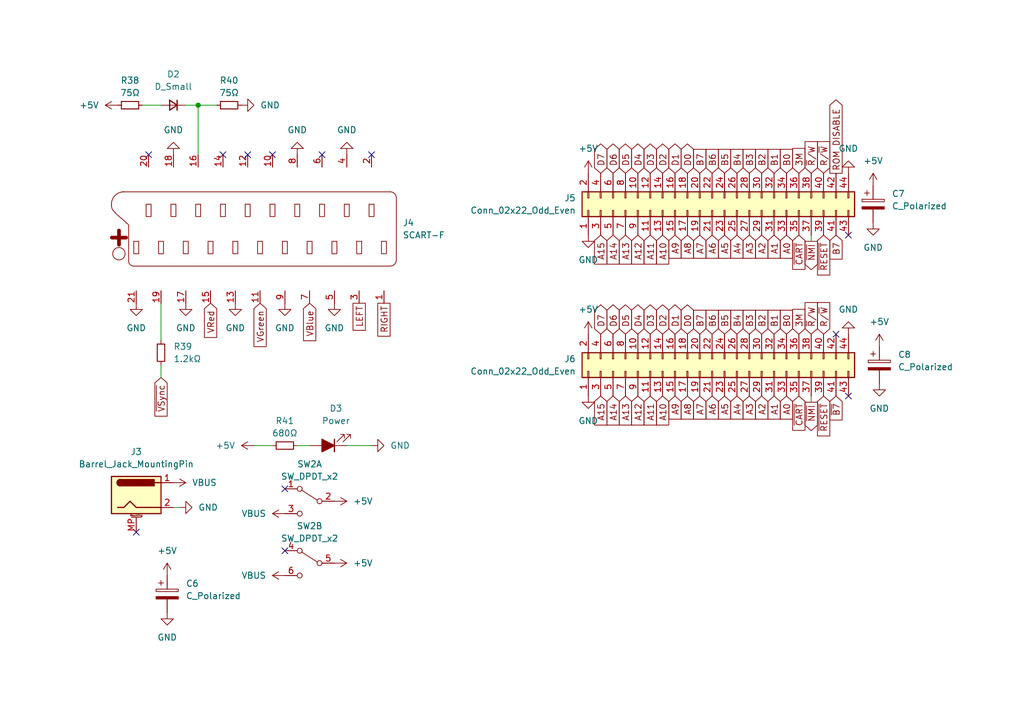
<source format=kicad_sch>
(kicad_sch (version 20230121) (generator eeschema)
  (paper "A5")
  (title_block (title "Ports"))
  (lib_symbols
    (symbol "Connector:Barrel_Jack_MountingPin" (pin_names hide)
      (property "Reference" "J" (at 0 5.334 0))
      (property "Value" "Barrel_Jack_MountingPin" (at 1.27 -6.35 0))
      (symbol "Barrel_Jack_MountingPin_0_1"
        (rectangle (start -5.08 3.81) (end 5.08 -3.81) (stroke (width 0.254)) (fill (type background)))
        (arc (start -3.302 3.175) (mid -3.9343 2.54) (end -3.302 1.905) (stroke (width 0.254)))
        (arc (start -3.302 3.175) (mid -3.9343 2.54) (end -3.302 1.905) (stroke (width 0.254)) (fill (type outline)))
        (polyline (pts (xy 5.08 2.54) (xy 3.81 2.54)) (stroke (width 0.254)))
        (polyline (pts (xy -3.81 -2.54) (xy -2.54 -2.54) (xy -1.27 -1.27) (xy 0 -2.54) (xy 2.54 -2.54) (xy 5.08 -2.54)) (stroke (width 0.254)))
        (rectangle (start 3.683 3.175) (end -3.302 1.905) (stroke (width 0.254)) (fill (type outline)))
      )
      (symbol "Barrel_Jack_MountingPin_1_1"
        (polyline (pts (xy -1.016 -4.572) (xy 1.016 -4.572)) (stroke (width 0.1524)))
        (text "Mounting" (at 0 -4.191 0) (effects (font (size 0.381 0.381))))
        (pin passive line (at 7.62 2.54 180) (length 2.54) (name "~") (number "1"))
        (pin passive line (at 7.62 -2.54 180) (length 2.54) (name "~") (number "2"))
        (pin passive line (at 0 -7.62 90) (length 3.048) (name "MountPin") (number "MP"))
      )
    )
    (symbol "Connector:SCART-F" (pin_names (offset 0.762) hide)
      (property "Reference" "J" (at 0 31.75 0))
      (property "Value" "SCART-F" (at 1.016 -29.21 0))
      (symbol "SCART-F_0_1"
        (arc (start -7.62 -26.67) (mid -7.248 -27.568) (end -6.35 -27.94))
        (arc (start -6.604 26.9494) (mid -7.3224 26.6518) (end -7.62 25.9334))
        (rectangle (start -5.08 -24.892) (end -2.54 -25.908))
        (rectangle (start -5.08 -19.812) (end -2.54 -20.828))
        (rectangle (start -5.08 -14.732) (end -2.54 -15.748))
        (rectangle (start -5.08 -9.652) (end -2.54 -10.668))
        (rectangle (start -5.08 -4.572) (end -2.54 -5.588))
        (rectangle (start -5.08 0.508) (end -2.54 -0.508))
        (rectangle (start -5.08 5.588) (end -2.54 4.572))
        (rectangle (start -5.08 10.668) (end -2.54 9.652))
        (rectangle (start -5.08 15.748) (end -2.54 14.732))
        (rectangle (start -5.08 20.828) (end -2.54 19.812))
        (rectangle (start -5.08 25.908) (end -2.54 24.892))
        (circle (center -5.08 28.956) (radius 1.27))
        (polyline (pts (xy -7.62 22.86) (xy -7.62 -26.67)))
        (polyline (pts (xy -7.62 22.86) (xy -7.62 24.13)))
        (polyline (pts (xy -7.62 24.6634) (xy -7.62 24.13)))
        (polyline (pts (xy -7.62 24.6634) (xy -7.62 25.9334)))
        (polyline (pts (xy -6.604 26.9494) (xy 0.508 26.9494)))
        (polyline (pts (xy -6.35 -27.94) (xy 6.35 -27.94)))
        (polyline (pts (xy 3.302 29.718) (xy 1.27 27.432)))
        (polyline (pts (xy 4.826 30.48) (xy 5.08 30.48)))
        (polyline (pts (xy 7.62 -26.67) (xy 7.62 28.2194)))
        (arc (start 0.508 26.924) (mid 0.9569 27.0702) (end 1.2192 27.4574))
        (rectangle (start 2.54 -22.352) (end 5.08 -23.368))
        (rectangle (start 2.54 -17.272) (end 5.08 -18.288))
        (rectangle (start 2.54 -12.192) (end 5.08 -13.208))
        (rectangle (start 2.54 -7.112) (end 5.08 -8.128))
        (rectangle (start 2.54 -2.032) (end 5.08 -3.048))
        (rectangle (start 2.54 3.048) (end 5.08 2.032))
        (rectangle (start 2.54 8.128) (end 5.08 7.112))
        (rectangle (start 2.54 13.208) (end 5.08 12.192))
        (rectangle (start 2.54 18.288) (end 5.08 17.272))
        (rectangle (start 2.54 23.368) (end 5.08 22.352))
        (arc (start 4.826 30.48) (mid 3.999 30.2726) (end 3.3782 29.6926))
        (arc (start 6.35 -27.94) (mid 7.248 -27.568) (end 7.62 -26.67))
        (arc (start 7.62 27.94) (mid 6.8761 29.7361) (end 5.08 30.48))
        (text "+" (at -1.778 29.21 0) (effects (font (size 3.81 3.81) bold)))
      )
      (symbol "SCART-F_1_1"
        (pin passive line (at -15.24 -25.4 0) (length 2.54) (name "P1") (number "1"))
        (pin passive line (at 15.24 -2.54 180) (length 2.54) (name "P10") (number "10"))
        (pin passive line (at -15.24 0 0) (length 2.54) (name "P11") (number "11"))
        (pin passive line (at 15.24 2.54 180) (length 2.54) (name "P12") (number "12"))
        (pin passive line (at -15.24 5.08 0) (length 2.54) (name "P13") (number "13"))
        (pin passive line (at 15.24 7.62 180) (length 2.54) (name "P14") (number "14"))
        (pin passive line (at -15.24 10.16 0) (length 2.54) (name "P15") (number "15"))
        (pin passive line (at 15.24 12.7 180) (length 2.54) (name "P16") (number "16"))
        (pin passive line (at -15.24 15.24 0) (length 2.54) (name "P17") (number "17"))
        (pin passive line (at 15.24 17.78 180) (length 2.54) (name "P18") (number "18"))
        (pin passive line (at -15.24 20.32 0) (length 2.54) (name "P19") (number "19"))
        (pin passive line (at 15.24 -22.86 180) (length 2.54) (name "P2") (number "2"))
        (pin passive line (at 15.24 22.86 180) (length 2.54) (name "P20") (number "20"))
        (pin passive line (at -15.24 25.4 0) (length 2.54) (name "P21") (number "21"))
        (pin passive line (at -15.24 -20.32 0) (length 2.54) (name "P3") (number "3"))
        (pin passive line (at 15.24 -17.78 180) (length 2.54) (name "P4") (number "4"))
        (pin passive line (at -15.24 -15.24 0) (length 2.54) (name "P5") (number "5"))
        (pin passive line (at 15.24 -12.7 180) (length 2.54) (name "P6") (number "6"))
        (pin passive line (at -15.24 -10.16 0) (length 2.54) (name "P7") (number "7"))
        (pin passive line (at 15.24 -7.62 180) (length 2.54) (name "P8") (number "8"))
        (pin passive line (at -15.24 -5.08 0) (length 2.54) (name "P9") (number "9"))
      )
    )
    (symbol "Connector_Generic:Conn_02x22_Odd_Even" (pin_names (offset 1.016) hide)
      (property "Reference" "J" (at 1.27 27.94 0))
      (property "Value" "Conn_02x22_Odd_Even" (at 1.27 -30.48 0))
      (symbol "Conn_02x22_Odd_Even_1_1"
        (rectangle (start -1.27 -27.813) (end 0 -28.067) (stroke (width 0.1524)))
        (rectangle (start -1.27 -25.273) (end 0 -25.527) (stroke (width 0.1524)))
        (rectangle (start -1.27 -22.733) (end 0 -22.987) (stroke (width 0.1524)))
        (rectangle (start -1.27 -20.193) (end 0 -20.447) (stroke (width 0.1524)))
        (rectangle (start -1.27 -17.653) (end 0 -17.907) (stroke (width 0.1524)))
        (rectangle (start -1.27 -15.113) (end 0 -15.367) (stroke (width 0.1524)))
        (rectangle (start -1.27 -12.573) (end 0 -12.827) (stroke (width 0.1524)))
        (rectangle (start -1.27 -10.033) (end 0 -10.287) (stroke (width 0.1524)))
        (rectangle (start -1.27 -7.493) (end 0 -7.747) (stroke (width 0.1524)))
        (rectangle (start -1.27 -4.953) (end 0 -5.207) (stroke (width 0.1524)))
        (rectangle (start -1.27 -2.413) (end 0 -2.667) (stroke (width 0.1524)))
        (rectangle (start -1.27 0.127) (end 0 -0.127) (stroke (width 0.1524)))
        (rectangle (start -1.27 2.667) (end 0 2.413) (stroke (width 0.1524)))
        (rectangle (start -1.27 5.207) (end 0 4.953) (stroke (width 0.1524)))
        (rectangle (start -1.27 7.747) (end 0 7.493) (stroke (width 0.1524)))
        (rectangle (start -1.27 10.287) (end 0 10.033) (stroke (width 0.1524)))
        (rectangle (start -1.27 12.827) (end 0 12.573) (stroke (width 0.1524)))
        (rectangle (start -1.27 15.367) (end 0 15.113) (stroke (width 0.1524)))
        (rectangle (start -1.27 17.907) (end 0 17.653) (stroke (width 0.1524)))
        (rectangle (start -1.27 20.447) (end 0 20.193) (stroke (width 0.1524)))
        (rectangle (start -1.27 22.987) (end 0 22.733) (stroke (width 0.1524)))
        (rectangle (start -1.27 25.527) (end 0 25.273) (stroke (width 0.1524)))
        (rectangle (start -1.27 26.67) (end 3.81 -29.21) (stroke (width 0.254)) (fill (type background)))
        (rectangle (start 3.81 -27.813) (end 2.54 -28.067) (stroke (width 0.1524)))
        (rectangle (start 3.81 -25.273) (end 2.54 -25.527) (stroke (width 0.1524)))
        (rectangle (start 3.81 -22.733) (end 2.54 -22.987) (stroke (width 0.1524)))
        (rectangle (start 3.81 -20.193) (end 2.54 -20.447) (stroke (width 0.1524)))
        (rectangle (start 3.81 -17.653) (end 2.54 -17.907) (stroke (width 0.1524)))
        (rectangle (start 3.81 -15.113) (end 2.54 -15.367) (stroke (width 0.1524)))
        (rectangle (start 3.81 -12.573) (end 2.54 -12.827) (stroke (width 0.1524)))
        (rectangle (start 3.81 -10.033) (end 2.54 -10.287) (stroke (width 0.1524)))
        (rectangle (start 3.81 -7.493) (end 2.54 -7.747) (stroke (width 0.1524)))
        (rectangle (start 3.81 -4.953) (end 2.54 -5.207) (stroke (width 0.1524)))
        (rectangle (start 3.81 -2.413) (end 2.54 -2.667) (stroke (width 0.1524)))
        (rectangle (start 3.81 0.127) (end 2.54 -0.127) (stroke (width 0.1524)))
        (rectangle (start 3.81 2.667) (end 2.54 2.413) (stroke (width 0.1524)))
        (rectangle (start 3.81 5.207) (end 2.54 4.953) (stroke (width 0.1524)))
        (rectangle (start 3.81 7.747) (end 2.54 7.493) (stroke (width 0.1524)))
        (rectangle (start 3.81 10.287) (end 2.54 10.033) (stroke (width 0.1524)))
        (rectangle (start 3.81 12.827) (end 2.54 12.573) (stroke (width 0.1524)))
        (rectangle (start 3.81 15.367) (end 2.54 15.113) (stroke (width 0.1524)))
        (rectangle (start 3.81 17.907) (end 2.54 17.653) (stroke (width 0.1524)))
        (rectangle (start 3.81 20.447) (end 2.54 20.193) (stroke (width 0.1524)))
        (rectangle (start 3.81 22.987) (end 2.54 22.733) (stroke (width 0.1524)))
        (rectangle (start 3.81 25.527) (end 2.54 25.273) (stroke (width 0.1524)))
        (pin passive line (at -5.08 25.4 0) (length 3.81) (name "Pin_1") (number "1"))
        (pin passive line (at 7.62 15.24 180) (length 3.81) (name "Pin_10") (number "10"))
        (pin passive line (at -5.08 12.7 0) (length 3.81) (name "Pin_11") (number "11"))
        (pin passive line (at 7.62 12.7 180) (length 3.81) (name "Pin_12") (number "12"))
        (pin passive line (at -5.08 10.16 0) (length 3.81) (name "Pin_13") (number "13"))
        (pin passive line (at 7.62 10.16 180) (length 3.81) (name "Pin_14") (number "14"))
        (pin passive line (at -5.08 7.62 0) (length 3.81) (name "Pin_15") (number "15"))
        (pin passive line (at 7.62 7.62 180) (length 3.81) (name "Pin_16") (number "16"))
        (pin passive line (at -5.08 5.08 0) (length 3.81) (name "Pin_17") (number "17"))
        (pin passive line (at 7.62 5.08 180) (length 3.81) (name "Pin_18") (number "18"))
        (pin passive line (at -5.08 2.54 0) (length 3.81) (name "Pin_19") (number "19"))
        (pin passive line (at 7.62 25.4 180) (length 3.81) (name "Pin_2") (number "2"))
        (pin passive line (at 7.62 2.54 180) (length 3.81) (name "Pin_20") (number "20"))
        (pin passive line (at -5.08 0 0) (length 3.81) (name "Pin_21") (number "21"))
        (pin passive line (at 7.62 0 180) (length 3.81) (name "Pin_22") (number "22"))
        (pin passive line (at -5.08 -2.54 0) (length 3.81) (name "Pin_23") (number "23"))
        (pin passive line (at 7.62 -2.54 180) (length 3.81) (name "Pin_24") (number "24"))
        (pin passive line (at -5.08 -5.08 0) (length 3.81) (name "Pin_25") (number "25"))
        (pin passive line (at 7.62 -5.08 180) (length 3.81) (name "Pin_26") (number "26"))
        (pin passive line (at -5.08 -7.62 0) (length 3.81) (name "Pin_27") (number "27"))
        (pin passive line (at 7.62 -7.62 180) (length 3.81) (name "Pin_28") (number "28"))
        (pin passive line (at -5.08 -10.16 0) (length 3.81) (name "Pin_29") (number "29"))
        (pin passive line (at -5.08 22.86 0) (length 3.81) (name "Pin_3") (number "3"))
        (pin passive line (at 7.62 -10.16 180) (length 3.81) (name "Pin_30") (number "30"))
        (pin passive line (at -5.08 -12.7 0) (length 3.81) (name "Pin_31") (number "31"))
        (pin passive line (at 7.62 -12.7 180) (length 3.81) (name "Pin_32") (number "32"))
        (pin passive line (at -5.08 -15.24 0) (length 3.81) (name "Pin_33") (number "33"))
        (pin passive line (at 7.62 -15.24 180) (length 3.81) (name "Pin_34") (number "34"))
        (pin passive line (at -5.08 -17.78 0) (length 3.81) (name "Pin_35") (number "35"))
        (pin passive line (at 7.62 -17.78 180) (length 3.81) (name "Pin_36") (number "36"))
        (pin passive line (at -5.08 -20.32 0) (length 3.81) (name "Pin_37") (number "37"))
        (pin passive line (at 7.62 -20.32 180) (length 3.81) (name "Pin_38") (number "38"))
        (pin passive line (at -5.08 -22.86 0) (length 3.81) (name "Pin_39") (number "39"))
        (pin passive line (at 7.62 22.86 180) (length 3.81) (name "Pin_4") (number "4"))
        (pin passive line (at 7.62 -22.86 180) (length 3.81) (name "Pin_40") (number "40"))
        (pin passive line (at -5.08 -25.4 0) (length 3.81) (name "Pin_41") (number "41"))
        (pin passive line (at 7.62 -25.4 180) (length 3.81) (name "Pin_42") (number "42"))
        (pin passive line (at -5.08 -27.94 0) (length 3.81) (name "Pin_43") (number "43"))
        (pin passive line (at 7.62 -27.94 180) (length 3.81) (name "Pin_44") (number "44"))
        (pin passive line (at -5.08 20.32 0) (length 3.81) (name "Pin_5") (number "5"))
        (pin passive line (at 7.62 20.32 180) (length 3.81) (name "Pin_6") (number "6"))
        (pin passive line (at -5.08 17.78 0) (length 3.81) (name "Pin_7") (number "7"))
        (pin passive line (at 7.62 17.78 180) (length 3.81) (name "Pin_8") (number "8"))
        (pin passive line (at -5.08 15.24 0) (length 3.81) (name "Pin_9") (number "9"))
      )
    )
    (symbol "Device:C_Polarized" (pin_numbers hide) (pin_names (offset 0.254))
      (property "Reference" "C" (at 0.635 2.54 0))
      (property "Value" "C_Polarized" (at 0.635 -2.54 0))
      (symbol "C_Polarized_0_1"
        (rectangle (start -2.286 0.508) (end 2.286 1.016))
        (polyline (pts (xy -1.778 2.286) (xy -0.762 2.286)))
        (polyline (pts (xy -1.27 2.794) (xy -1.27 1.778)))
        (rectangle (start 2.286 -0.508) (end -2.286 -1.016) (fill (type outline)))
      )
      (symbol "C_Polarized_1_1"
        (pin passive line (at 0 3.81 270) (length 2.794) (name "~") (number "1"))
        (pin passive line (at 0 -3.81 90) (length 2.794) (name "~") (number "2"))
      )
    )
    (symbol "Device:D_Small" (pin_numbers hide) (pin_names (offset 0.254) hide)
      (property "Reference" "D" (at -1.27 2.032 0))
      (property "Value" "D_Small" (at -3.81 -2.032 0))
      (symbol "D_Small_0_1"
        (polyline (pts (xy -0.762 -1.016) (xy -0.762 1.016)) (stroke (width 0.254)))
        (polyline (pts (xy -0.762 0) (xy 0.762 0)))
        (polyline (pts (xy 0.762 -1.016) (xy -0.762 0) (xy 0.762 1.016) (xy 0.762 -1.016)) (stroke (width 0.254)))
      )
      (symbol "D_Small_1_1"
        (pin passive line (at -2.54 0 0) (length 1.778) (name "K") (number "1"))
        (pin passive line (at 2.54 0 180) (length 1.778) (name "A") (number "2"))
      )
    )
    (symbol "Device:LED_Filled" (pin_numbers hide) (pin_names (offset 1.016) hide)
      (property "Reference" "D" (at 0 2.54 0))
      (property "Value" "LED_Filled" (at 0 -2.54 0))
      (symbol "LED_Filled_0_1"
        (polyline (pts (xy -1.27 -1.27) (xy -1.27 1.27)) (stroke (width 0.254)))
        (polyline (pts (xy -1.27 0) (xy 1.27 0)))
        (polyline (pts (xy 1.27 -1.27) (xy 1.27 1.27) (xy -1.27 0) (xy 1.27 -1.27)) (stroke (width 0.254)) (fill (type outline)))
        (polyline (pts (xy -3.048 -0.762) (xy -4.572 -2.286) (xy -3.81 -2.286) (xy -4.572 -2.286) (xy -4.572 -1.524)))
        (polyline (pts (xy -1.778 -0.762) (xy -3.302 -2.286) (xy -2.54 -2.286) (xy -3.302 -2.286) (xy -3.302 -1.524)))
      )
      (symbol "LED_Filled_1_1"
        (pin passive line (at -3.81 0 0) (length 2.54) (name "K") (number "1"))
        (pin passive line (at 3.81 0 180) (length 2.54) (name "A") (number "2"))
      )
    )
    (symbol "Device:R_Small" (pin_numbers hide) (pin_names (offset 0.254) hide)
      (property "Reference" "R" (at 0.762 0.508 0))
      (property "Value" "R_Small" (at 0.762 -1.016 0))
      (symbol "R_Small_0_1"
        (rectangle (start -0.762 1.778) (end 0.762 -1.778) (stroke (width 0.2032)))
      )
      (symbol "R_Small_1_1"
        (pin passive line (at 0 2.54 270) (length 0.762) (name "~") (number "1"))
        (pin passive line (at 0 -2.54 90) (length 0.762) (name "~") (number "2"))
      )
    )
    (symbol "Switch:SW_DPDT_x2" (pin_names (offset 0) hide)
      (property "Reference" "SW" (at 0 4.318 0))
      (property "Value" "SW_DPDT_x2" (at 0 -5.08 0))
      (symbol "SW_DPDT_x2_0_0"
        (circle (center -2.032 0) (radius 0.508))
        (circle (center 2.032 -2.54) (radius 0.508))
      )
      (symbol "SW_DPDT_x2_0_1"
        (polyline (pts (xy -1.524 0.254) (xy 1.651 2.286)))
        (circle (center 2.032 2.54) (radius 0.508))
      )
      (symbol "SW_DPDT_x2_1_1"
        (pin passive line (at 5.08 2.54 180) (length 2.54) (name "A") (number "1"))
        (pin passive line (at -5.08 0 0) (length 2.54) (name "B") (number "2"))
        (pin passive line (at 5.08 -2.54 180) (length 2.54) (name "C") (number "3"))
      )
      (symbol "SW_DPDT_x2_2_1"
        (pin passive line (at 5.08 2.54 180) (length 2.54) (name "A") (number "4"))
        (pin passive line (at -5.08 0 0) (length 2.54) (name "B") (number "5"))
        (pin passive line (at 5.08 -2.54 180) (length 2.54) (name "C") (number "6"))
      )
    )
    (symbol "power:+5V" (power) (pin_names (offset 0))
      (property "Value" "+5V" (at 0 3.556 0))
      (symbol "+5V_0_1"
        (polyline (pts (xy -0.762 1.27) (xy 0 2.54)))
        (polyline (pts (xy 0 0) (xy 0 2.54)))
        (polyline (pts (xy 0 2.54) (xy 0.762 1.27)))
      )
      (symbol "+5V_1_1"
        (pin power_in line (at 0 0 90) (length 0) hide (name "+5V") (number "1"))
      )
    )
    (symbol "power:GND" (power) (pin_names (offset 0))
      (property "Value" "GND" (at 0 -3.81 0))
      (symbol "GND_0_1"
        (polyline (pts (xy 0 0) (xy 0 -1.27) (xy 1.27 -1.27) (xy 0 -2.54) (xy -1.27 -1.27) (xy 0 -1.27)))
      )
      (symbol "GND_1_1"
        (pin power_in line (at 0 0 270) (length 0) hide (name "GND") (number "1"))
      )
    )
    (symbol "power:VBUS" (power) (pin_names (offset 0))
      (property "Value" "VBUS" (at 0 3.81 0))
      (symbol "VBUS_0_1"
        (polyline (pts (xy -0.762 1.27) (xy 0 2.54)))
        (polyline (pts (xy 0 0) (xy 0 2.54)))
        (polyline (pts (xy 0 2.54) (xy 0.762 1.27)))
      )
      (symbol "VBUS_1_1"
        (pin power_in line (at 0 0 90) (length 0) hide (name "VBUS") (number "1"))
      )
    )
  )
  (junction (at 40.64 21.59))
  (no_connect (at 173.99 81.28))
  (no_connect (at 171.45 68.58))
  (no_connect (at 66.04 31.75))
  (no_connect (at 55.88 31.75))
  (no_connect (at 50.8 31.75))
  (no_connect (at 27.94 109.22))
  (no_connect (at 58.42 100.33))
  (no_connect (at 173.99 48.26))
  (no_connect (at 58.42 113.03))
  (no_connect (at 30.48 31.75))
  (no_connect (at 76.2 31.75))
  (no_connect (at 45.72 31.75))
  (wire (pts (xy 166.37 49.53) (xy 166.37 48.26)))
  (wire (pts (xy 166.37 82.55) (xy 166.37 81.28)))
  (wire (pts (xy 40.64 21.59) (xy 44.45 21.59)))
  (wire (pts (xy 36.83 104.14) (xy 35.56 104.14)))
  (wire (pts (xy 29.21 21.59) (xy 33.02 21.59)))
  (wire (pts (xy 33.02 69.85) (xy 33.02 62.23)))
  (wire (pts (xy 76.2 91.44) (xy 71.12 91.44)))
  (wire (pts (xy 40.64 21.59) (xy 40.64 31.75)))
  (wire (pts (xy 33.02 77.47) (xy 33.02 74.93)))
  (wire (pts (xy 52.07 91.44) (xy 55.88 91.44)))
  (wire (pts (xy 38.1 21.59) (xy 40.64 21.59)))
  (wire (pts (xy 60.96 91.44) (xy 63.5 91.44)))
  (global_label "A4" (shape input) (at 151.13 48.26 270) (property "Intersheetrefs" "${INTERSHEET_REFS}" (effects hide)))
  (global_label "A1" (shape input) (at 158.75 81.28 270) (property "Intersheetrefs" "${INTERSHEET_REFS}" (effects hide)))
  (global_label "A7" (shape input) (at 143.51 48.26 270) (property "Intersheetrefs" "${INTERSHEET_REFS}" (effects hide)))
  (global_label "D1" (shape bidirectional) (at 138.43 35.56 90) (property "Intersheetrefs" "${INTERSHEET_REFS}" (effects hide)))
  (global_label "A11" (shape input) (at 133.35 81.28 270) (property "Intersheetrefs" "${INTERSHEET_REFS}" (effects hide)))
  (global_label "D4" (shape bidirectional) (at 130.81 35.56 90) (property "Intersheetrefs" "${INTERSHEET_REFS}" (effects hide)))
  (global_label "A10" (shape input) (at 135.89 48.26 270) (property "Intersheetrefs" "${INTERSHEET_REFS}" (effects hide)))
  (global_label "A8" (shape input) (at 140.97 81.28 270) (property "Intersheetrefs" "${INTERSHEET_REFS}" (effects hide)))
  (global_label "B3" (shape input) (at 153.67 68.58 90) (property "Intersheetrefs" "${INTERSHEET_REFS}" (effects hide)))
  (global_label "B7" (shape input) (at 143.51 68.58 90) (property "Intersheetrefs" "${INTERSHEET_REFS}" (effects hide)))
  (global_label "A9" (shape input) (at 138.43 81.28 270) (property "Intersheetrefs" "${INTERSHEET_REFS}" (effects hide)))
  (global_label "B2" (shape input) (at 156.21 35.56 90) (property "Intersheetrefs" "${INTERSHEET_REFS}" (effects hide)))
  (global_label "VRed" (shape input) (at 43.18 62.23 270) (property "Intersheetrefs" "${INTERSHEET_REFS}" (effects hide)))
  (global_label "A13" (shape input) (at 128.27 48.26 270) (property "Intersheetrefs" "${INTERSHEET_REFS}" (effects hide)))
  (global_label "B6" (shape input) (at 146.05 68.58 90) (property "Intersheetrefs" "${INTERSHEET_REFS}" (effects hide)))
  (global_label "A0" (shape input) (at 161.29 81.28 270) (property "Intersheetrefs" "${INTERSHEET_REFS}" (effects hide)))
  (global_label "D2" (shape bidirectional) (at 135.89 35.56 90) (property "Intersheetrefs" "${INTERSHEET_REFS}" (effects hide)))
  (global_label "3M" (shape input) (at 163.83 35.56 90) (property "Intersheetrefs" "${INTERSHEET_REFS}" (effects hide)))
  (global_label "A10" (shape input) (at 135.89 81.28 270) (property "Intersheetrefs" "${INTERSHEET_REFS}" (effects hide)))
  (global_label "~{B7}" (shape input) (at 171.45 81.28 270) (property "Intersheetrefs" "${INTERSHEET_REFS}" (effects hide)))
  (global_label "A4" (shape input) (at 151.13 81.28 270) (property "Intersheetrefs" "${INTERSHEET_REFS}" (effects hide)))
  (global_label "~{VSync}" (shape input) (at 33.02 77.47 270) (property "Intersheetrefs" "${INTERSHEET_REFS}" (effects hide)))
  (global_label "D3" (shape bidirectional) (at 133.35 68.58 90) (property "Intersheetrefs" "${INTERSHEET_REFS}" (effects hide)))
  (global_label "~{RESET}" (shape input) (at 168.91 81.28 270) (property "Intersheetrefs" "${INTERSHEET_REFS}" (effects hide)))
  (global_label "D4" (shape bidirectional) (at 130.81 68.58 90) (property "Intersheetrefs" "${INTERSHEET_REFS}" (effects hide)))
  (global_label "R{slash}~{W}" (shape input) (at 168.91 68.58 90) (property "Intersheetrefs" "${INTERSHEET_REFS}" (effects hide)))
  (global_label "A5" (shape input) (at 148.59 48.26 270) (property "Intersheetrefs" "${INTERSHEET_REFS}" (effects hide)))
  (global_label "A11" (shape input) (at 133.35 48.26 270) (property "Intersheetrefs" "${INTERSHEET_REFS}" (effects hide)))
  (global_label "R{slash}~{W}" (shape input) (at 168.91 35.56 90) (property "Intersheetrefs" "${INTERSHEET_REFS}" (effects hide)))
  (global_label "ROM DISABLE" (shape output) (at 171.45 35.56 90) (property "Intersheetrefs" "${INTERSHEET_REFS}" (effects hide)))
  (global_label "B0" (shape input) (at 161.29 68.58 90) (property "Intersheetrefs" "${INTERSHEET_REFS}" (effects hide)))
  (global_label "D3" (shape bidirectional) (at 133.35 35.56 90) (property "Intersheetrefs" "${INTERSHEET_REFS}" (effects hide)))
  (global_label "B4" (shape input) (at 151.13 68.58 90) (property "Intersheetrefs" "${INTERSHEET_REFS}" (effects hide)))
  (global_label "A3" (shape input) (at 153.67 48.26 270) (property "Intersheetrefs" "${INTERSHEET_REFS}" (effects hide)))
  (global_label "D7" (shape bidirectional) (at 123.19 35.56 90) (property "Intersheetrefs" "${INTERSHEET_REFS}" (effects hide)))
  (global_label "LEFT" (shape passive) (at 73.66 62.23 270) (property "Intersheetrefs" "${INTERSHEET_REFS}" (effects hide)))
  (global_label "A12" (shape input) (at 130.81 48.26 270) (property "Intersheetrefs" "${INTERSHEET_REFS}" (effects hide)))
  (global_label "VBlue" (shape input) (at 63.5 62.23 270) (property "Intersheetrefs" "${INTERSHEET_REFS}" (effects hide)))
  (global_label "B3" (shape input) (at 153.67 35.56 90) (property "Intersheetrefs" "${INTERSHEET_REFS}" (effects hide)))
  (global_label "D6" (shape bidirectional) (at 125.73 35.56 90) (property "Intersheetrefs" "${INTERSHEET_REFS}" (effects hide)))
  (global_label "~{CART}" (shape input) (at 163.83 81.28 270) (property "Intersheetrefs" "${INTERSHEET_REFS}" (effects hide)))
  (global_label "A8" (shape input) (at 140.97 48.26 270) (property "Intersheetrefs" "${INTERSHEET_REFS}" (effects hide)))
  (global_label "D5" (shape bidirectional) (at 128.27 35.56 90) (property "Intersheetrefs" "${INTERSHEET_REFS}" (effects hide)))
  (global_label "RIGHT" (shape passive) (at 78.74 62.23 270) (property "Intersheetrefs" "${INTERSHEET_REFS}" (effects hide)))
  (global_label "B7" (shape input) (at 171.45 48.26 270) (property "Intersheetrefs" "${INTERSHEET_REFS}" (effects hide)))
  (global_label "D5" (shape bidirectional) (at 128.27 68.58 90) (property "Intersheetrefs" "${INTERSHEET_REFS}" (effects hide)))
  (global_label "B5" (shape input) (at 148.59 35.56 90) (property "Intersheetrefs" "${INTERSHEET_REFS}" (effects hide)))
  (global_label "B1" (shape input) (at 158.75 35.56 90) (property "Intersheetrefs" "${INTERSHEET_REFS}" (effects hide)))
  (global_label "B5" (shape input) (at 148.59 68.58 90) (property "Intersheetrefs" "${INTERSHEET_REFS}" (effects hide)))
  (global_label "A14" (shape input) (at 125.73 48.26 270) (property "Intersheetrefs" "${INTERSHEET_REFS}" (effects hide)))
  (global_label "D7" (shape bidirectional) (at 123.19 68.58 90) (property "Intersheetrefs" "${INTERSHEET_REFS}" (effects hide)))
  (global_label "3M" (shape input) (at 163.83 68.58 90) (property "Intersheetrefs" "${INTERSHEET_REFS}" (effects hide)))
  (global_label "A15" (shape input) (at 123.19 81.28 270) (property "Intersheetrefs" "${INTERSHEET_REFS}" (effects hide)))
  (global_label "A12" (shape input) (at 130.81 81.28 270) (property "Intersheetrefs" "${INTERSHEET_REFS}" (effects hide)))
  (global_label "D0" (shape bidirectional) (at 140.97 35.56 90) (property "Intersheetrefs" "${INTERSHEET_REFS}" (effects hide)))
  (global_label "~{NMI}" (shape output) (at 166.37 82.55 270) (property "Intersheetrefs" "${INTERSHEET_REFS}" (effects hide)))
  (global_label "~{R}{slash}W" (shape input) (at 166.37 68.58 90) (property "Intersheetrefs" "${INTERSHEET_REFS}" (effects hide)))
  (global_label "B0" (shape input) (at 161.29 35.56 90) (property "Intersheetrefs" "${INTERSHEET_REFS}" (effects hide)))
  (global_label "B2" (shape input) (at 156.21 68.58 90) (property "Intersheetrefs" "${INTERSHEET_REFS}" (effects hide)))
  (global_label "A9" (shape input) (at 138.43 48.26 270) (property "Intersheetrefs" "${INTERSHEET_REFS}" (effects hide)))
  (global_label "D1" (shape bidirectional) (at 138.43 68.58 90) (property "Intersheetrefs" "${INTERSHEET_REFS}" (effects hide)))
  (global_label "A6" (shape input) (at 146.05 48.26 270) (property "Intersheetrefs" "${INTERSHEET_REFS}" (effects hide)))
  (global_label "A2" (shape input) (at 156.21 48.26 270) (property "Intersheetrefs" "${INTERSHEET_REFS}" (effects hide)))
  (global_label "D0" (shape bidirectional) (at 140.97 68.58 90) (property "Intersheetrefs" "${INTERSHEET_REFS}" (effects hide)))
  (global_label "A2" (shape input) (at 156.21 81.28 270) (property "Intersheetrefs" "${INTERSHEET_REFS}" (effects hide)))
  (global_label "A1" (shape input) (at 158.75 48.26 270) (property "Intersheetrefs" "${INTERSHEET_REFS}" (effects hide)))
  (global_label "~{NMI}" (shape output) (at 166.37 49.53 270) (property "Intersheetrefs" "${INTERSHEET_REFS}" (effects hide)))
  (global_label "A3" (shape input) (at 153.67 81.28 270) (property "Intersheetrefs" "${INTERSHEET_REFS}" (effects hide)))
  (global_label "B7" (shape input) (at 143.51 35.56 90) (property "Intersheetrefs" "${INTERSHEET_REFS}" (effects hide)))
  (global_label "A0" (shape input) (at 161.29 48.26 270) (property "Intersheetrefs" "${INTERSHEET_REFS}" (effects hide)))
  (global_label "A15" (shape input) (at 123.19 48.26 270) (property "Intersheetrefs" "${INTERSHEET_REFS}" (effects hide)))
  (global_label "A13" (shape input) (at 128.27 81.28 270) (property "Intersheetrefs" "${INTERSHEET_REFS}" (effects hide)))
  (global_label "~{R}{slash}W" (shape input) (at 166.37 35.56 90) (property "Intersheetrefs" "${INTERSHEET_REFS}" (effects hide)))
  (global_label "A7" (shape input) (at 143.51 81.28 270) (property "Intersheetrefs" "${INTERSHEET_REFS}" (effects hide)))
  (global_label "VGreen" (shape input) (at 53.34 62.23 270) (property "Intersheetrefs" "${INTERSHEET_REFS}" (effects hide)))
  (global_label "B1" (shape input) (at 158.75 68.58 90) (property "Intersheetrefs" "${INTERSHEET_REFS}" (effects hide)))
  (global_label "D2" (shape bidirectional) (at 135.89 68.58 90) (property "Intersheetrefs" "${INTERSHEET_REFS}" (effects hide)))
  (global_label "~{RESET}" (shape input) (at 168.91 48.26 270) (property "Intersheetrefs" "${INTERSHEET_REFS}" (effects hide)))
  (global_label "B4" (shape input) (at 151.13 35.56 90) (property "Intersheetrefs" "${INTERSHEET_REFS}" (effects hide)))
  (global_label "A5" (shape input) (at 148.59 81.28 270) (property "Intersheetrefs" "${INTERSHEET_REFS}" (effects hide)))
  (global_label "D6" (shape bidirectional) (at 125.73 68.58 90) (property "Intersheetrefs" "${INTERSHEET_REFS}" (effects hide)))
  (global_label "A6" (shape input) (at 146.05 81.28 270) (property "Intersheetrefs" "${INTERSHEET_REFS}" (effects hide)))
  (global_label "A14" (shape input) (at 125.73 81.28 270) (property "Intersheetrefs" "${INTERSHEET_REFS}" (effects hide)))
  (global_label "B6" (shape input) (at 146.05 35.56 90) (property "Intersheetrefs" "${INTERSHEET_REFS}" (effects hide)))
  (global_label "~{CART}" (shape input) (at 163.83 48.26 270) (property "Intersheetrefs" "${INTERSHEET_REFS}" (effects hide)))
  (symbol (lib_id "Device:R_Small") (at 33.02 72.39 180) (unit 1)
    (property "Reference" "R39" (at 35.56 71.12 0) (effects (justify right)))
    (property "Value" "1.2kΩ" (at 35.56 73.66 0) (effects (justify right)))
    (property "Footprint" "Resistor_THT:R_Axial_DIN0204_L3.6mm_D1.6mm_P7.62mm_Horizontal" (effects hide))
  )
  (symbol (lib_id "power:+5V") (at 68.58 115.57 270) (unit 1)
    (property "Reference" "#PWR0158" (effects hide))
    (property "Value" "+5V" (at 72.39 115.57 90) (effects (justify left)))
  )
  (symbol (lib_id "Switch:SW_DPDT_x2") (at 63.5 102.87 0) (mirror y) (unit 1)
    (property "Reference" "SW2" (at 63.5 95.25 0))
    (property "Value" "SW_DPDT_x2" (at 63.5 97.79 0))
    (property "Footprint" "Button_Switch_THT:SW_CuK_JS202011AQN_DPDT_Angled" (effects hide))
  )
  (symbol (lib_id "power:+5V") (at 120.65 35.56 0) (unit 1)
    (property "Reference" "#PWR0161" (effects hide))
    (property "Value" "+5V" (at 120.65 30.48 0))
  )
  (symbol (lib_id "power:GND") (at 180.34 78.74 0) (unit 1)
    (property "Reference" "#PWR0170" (effects hide))
    (property "Value" "GND" (at 180.34 83.82 0))
  )
  (symbol (lib_id "Connector:SCART-F") (at 53.34 46.99 90) (unit 1)
    (property "Reference" "J4" (at 82.55 45.72 90) (effects (justify right)))
    (property "Value" "SCART-F" (at 82.55 48.26 90) (effects (justify right)))
    (property "Footprint" "Video:SCART" (effects hide))
    (property "Datasheet" " ~" (effects hide))
  )
  (symbol (lib_id "power:VBUS") (at 58.42 105.41 90) (mirror x) (unit 1)
    (property "Reference" "#PWR0153" (effects hide))
    (property "Value" "VBUS" (at 54.61 105.41 90) (effects (justify left)))
  )
  (symbol (lib_id "power:GND") (at 35.56 31.75 180) (unit 1)
    (property "Reference" "#PWR0145" (effects hide))
    (property "Value" "GND" (at 35.56 26.67 0))
  )
  (symbol (lib_id "power:GND") (at 49.53 21.59 90) (unit 1)
    (property "Reference" "#PWR0150" (effects hide))
    (property "Value" "GND" (at 53.34 21.59 90) (effects (justify right)))
  )
  (symbol (lib_id "power:+5V") (at 120.65 68.58 0) (unit 1)
    (property "Reference" "#PWR0163" (effects hide))
    (property "Value" "+5V" (at 120.65 63.5 0))
  )
  (symbol (lib_id "power:GND") (at 71.12 31.75 180) (unit 1)
    (property "Reference" "#PWR0159" (effects hide))
    (property "Value" "GND" (at 71.12 26.67 0))
  )
  (symbol (lib_id "power:+5V") (at 52.07 91.44 90) (unit 1)
    (property "Reference" "#PWR0151" (effects hide))
    (property "Value" "+5V" (at 48.26 91.44 90) (effects (justify left)))
  )
  (symbol (lib_id "Device:C_Polarized") (at 180.34 74.93 0) (unit 1)
    (property "Reference" "C8" (at 184.15 72.771 0) (effects (justify left)))
    (property "Value" "C_Polarized" (at 184.15 75.311 0) (effects (justify left)))
    (property "Footprint" "Capacitor_THT:CP_Radial_D6.3mm_P2.50mm" (effects hide))
  )
  (symbol (lib_id "power:GND") (at 120.65 81.28 0) (unit 1)
    (property "Reference" "#PWR0164" (effects hide))
    (property "Value" "GND" (at 120.65 86.36 0))
  )
  (symbol (lib_id "power:GND") (at 34.29 125.73 0) (unit 1)
    (property "Reference" "#PWR0144" (effects hide))
    (property "Value" "GND" (at 34.29 130.81 0))
  )
  (symbol (lib_id "Switch:SW_DPDT_x2") (at 63.5 115.57 0) (mirror y) (unit 2)
    (property "Reference" "SW2" (at 63.5 107.95 0))
    (property "Value" "SW_DPDT_x2" (at 63.5 110.49 0))
    (property "Footprint" "Button_Switch_THT:SW_CuK_JS202011AQN_DPDT_Angled" (effects hide))
  )
  (symbol (lib_id "power:GND") (at 173.99 68.58 180) (unit 1)
    (property "Reference" "#PWR0166" (effects hide))
    (property "Value" "GND" (at 173.99 63.5 0))
  )
  (symbol (lib_id "Device:C_Polarized") (at 179.07 41.91 0) (unit 1)
    (property "Reference" "C7" (at 182.88 39.751 0) (effects (justify left)))
    (property "Value" "C_Polarized" (at 182.88 42.291 0) (effects (justify left)))
    (property "Footprint" "Capacitor_THT:CP_Radial_D6.3mm_P2.50mm" (effects hide))
  )
  (symbol (lib_id "Device:R_Small") (at 46.99 21.59 90) (unit 1)
    (property "Reference" "R40" (at 46.99 16.51 90))
    (property "Value" "75Ω" (at 46.99 19.05 90))
    (property "Footprint" "Resistor_THT:R_Axial_DIN0204_L3.6mm_D1.6mm_P7.62mm_Horizontal" (effects hide))
  )
  (symbol (lib_id "power:+5V") (at 179.07 38.1 0) (unit 1)
    (property "Reference" "#PWR0167" (effects hide))
    (property "Value" "+5V" (at 179.07 33.02 0))
  )
  (symbol (lib_id "power:+5V") (at 180.34 71.12 0) (unit 1)
    (property "Reference" "#PWR0169" (effects hide))
    (property "Value" "+5V" (at 180.34 66.04 0))
  )
  (symbol (lib_id "Connector_Generic:Conn_02x22_Odd_Even") (at 146.05 76.2 90) (unit 1)
    (property "Reference" "J6" (at 118.11 73.66 90) (effects (justify left)))
    (property "Value" "Conn_02x22_Odd_Even" (at 118.11 76.2 90) (effects (justify left)))
    (property "Footprint" "Smal:EdgeHeader_2x22_P2.54mm_Vertical" (effects hide))
  )
  (symbol (lib_id "power:GND") (at 27.94 62.23 0) (unit 1)
    (property "Reference" "#PWR0142" (effects hide))
    (property "Value" "GND" (at 27.94 67.31 0))
  )
  (symbol (lib_id "power:GND") (at 48.26 62.23 0) (unit 1)
    (property "Reference" "#PWR0149" (effects hide))
    (property "Value" "GND" (at 48.26 67.31 0))
  )
  (symbol (lib_id "Connector:Barrel_Jack_MountingPin") (at 27.94 101.6 0) (unit 1)
    (property "Reference" "J3" (at 27.94 92.71 0))
    (property "Value" "Barrel_Jack_MountingPin" (at 27.94 95.25 0))
    (property "Footprint" "Connector_BarrelJack:BarrelJack_Horizontal" (effects hide))
  )
  (symbol (lib_id "power:+5V") (at 34.29 118.11 0) (unit 1)
    (property "Reference" "#PWR0143" (effects hide))
    (property "Value" "+5V" (at 34.29 113.03 0))
  )
  (symbol (lib_id "Device:C_Polarized") (at 34.29 121.92 0) (unit 1)
    (property "Reference" "C6" (at 38.1 119.761 0) (effects (justify left)))
    (property "Value" "C_Polarized" (at 38.1 122.301 0) (effects (justify left)))
    (property "Footprint" "Capacitor_THT:CP_Radial_D6.3mm_P2.50mm" (effects hide))
  )
  (symbol (lib_id "Device:D_Small") (at 35.56 21.59 180) (unit 1)
    (property "Reference" "D2" (at 35.56 15.24 0))
    (property "Value" "D_Small" (at 35.56 17.78 0))
    (property "Footprint" "Diode_THT:D_DO-34_SOD68_P7.62mm_Horizontal" (effects hide))
    (property "Sim.Device" "D" (effects hide))
    (property "Sim.Pins" "1=K 2=A" (effects hide))
  )
  (symbol (lib_id "power:GND") (at 173.99 35.56 180) (unit 1)
    (property "Reference" "#PWR0165" (effects hide))
    (property "Value" "GND" (at 173.99 30.48 0))
  )
  (symbol (lib_id "Device:R_Small") (at 26.67 21.59 90) (unit 1)
    (property "Reference" "R38" (at 26.67 16.51 90))
    (property "Value" "75Ω" (at 26.67 19.05 90))
    (property "Footprint" "Resistor_THT:R_Axial_DIN0204_L3.6mm_D1.6mm_P7.62mm_Horizontal" (effects hide))
  )
  (symbol (lib_id "power:GND") (at 38.1 62.23 0) (unit 1)
    (property "Reference" "#PWR0148" (effects hide))
    (property "Value" "GND" (at 38.1 67.31 0))
  )
  (symbol (lib_id "Connector_Generic:Conn_02x22_Odd_Even") (at 146.05 43.18 90) (unit 1)
    (property "Reference" "J5" (at 118.11 40.64 90) (effects (justify left)))
    (property "Value" "Conn_02x22_Odd_Even" (at 118.11 43.18 90) (effects (justify left)))
    (property "Footprint" "Smal:EdgeHeader_2x22_P2.54mm_Vertical" (effects hide))
  )
  (symbol (lib_id "Device:LED_Filled") (at 67.31 91.44 180) (unit 1)
    (property "Reference" "D3" (at 68.8975 83.82 0))
    (property "Value" "Power" (at 68.8975 86.36 0))
    (property "Footprint" "LED_THT:LED_D5.0mm" (effects hide))
  )
  (symbol (lib_id "power:GND") (at 76.2 91.44 90) (unit 1)
    (property "Reference" "#PWR0160" (effects hide))
    (property "Value" "GND" (at 80.01 91.44 90) (effects (justify right)))
  )
  (symbol (lib_id "power:VBUS") (at 35.56 99.06 270) (unit 1)
    (property "Reference" "#PWR0146" (effects hide))
    (property "Value" "VBUS" (at 39.37 99.06 90) (effects (justify left)))
  )
  (symbol (lib_id "Device:R_Small") (at 58.42 91.44 90) (unit 1)
    (property "Reference" "R41" (at 58.42 86.36 90))
    (property "Value" "680Ω" (at 58.42 88.9 90))
    (property "Footprint" "Resistor_THT:R_Axial_DIN0204_L3.6mm_D1.6mm_P7.62mm_Horizontal" (effects hide))
  )
  (symbol (lib_id "power:GND") (at 60.96 31.75 180) (unit 1)
    (property "Reference" "#PWR0155" (effects hide))
    (property "Value" "GND" (at 60.96 26.67 0))
  )
  (symbol (lib_id "power:GND") (at 179.07 45.72 0) (unit 1)
    (property "Reference" "#PWR0168" (effects hide))
    (property "Value" "GND" (at 179.07 50.8 0))
  )
  (symbol (lib_id "power:GND") (at 120.65 48.26 0) (unit 1)
    (property "Reference" "#PWR0162" (effects hide))
    (property "Value" "GND" (at 120.65 53.34 0))
  )
  (symbol (lib_id "power:GND") (at 68.58 62.23 0) (unit 1)
    (property "Reference" "#PWR0156" (effects hide))
    (property "Value" "GND" (at 68.58 67.31 0))
  )
  (symbol (lib_id "power:VBUS") (at 58.42 118.11 90) (mirror x) (unit 1)
    (property "Reference" "#PWR0154" (effects hide))
    (property "Value" "VBUS" (at 54.61 118.11 90) (effects (justify left)))
  )
  (symbol (lib_id "power:GND") (at 58.42 62.23 0) (unit 1)
    (property "Reference" "#PWR0152" (effects hide))
    (property "Value" "GND" (at 58.42 67.31 0))
  )
  (symbol (lib_id "power:+5V") (at 24.13 21.59 90) (unit 1)
    (property "Reference" "#PWR0141" (effects hide))
    (property "Value" "+5V" (at 20.32 21.59 90) (effects (justify left)))
  )
  (symbol (lib_id "power:+5V") (at 68.58 102.87 270) (unit 1)
    (property "Reference" "#PWR0157" (effects hide))
    (property "Value" "+5V" (at 72.39 102.87 90) (effects (justify left)))
  )
  (symbol (lib_id "power:GND") (at 36.83 104.14 90) (unit 1)
    (property "Reference" "#PWR0147" (effects hide))
    (property "Value" "GND" (at 40.64 104.14 90) (effects (justify right)))
  )
)
</source>
